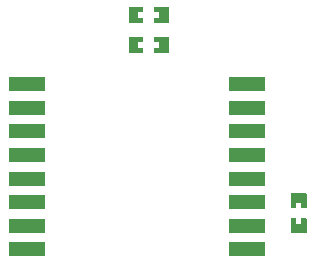
<source format=gbp>
G04 Layer: BottomPasteMaskLayer*
G04 EasyEDA v6.5.34, 2023-08-28 15:47:16*
G04 21288944027841e8b89c4b54c2095ba1,7e63b50fb6014f29bd7207b67e5f40bc,10*
G04 Gerber Generator version 0.2*
G04 Scale: 100 percent, Rotated: No, Reflected: No *
G04 Dimensions in millimeters *
G04 leading zeros omitted , absolute positions ,4 integer and 5 decimal *
%FSLAX45Y45*%
%MOMM*%

%AMMACRO1*21,1,$1,$2,0,0,$3*%
%ADD10MACRO1,3X1.1999X0.0000*%

%LPD*%
G36*
X2589784Y3752494D02*
G01*
X2584805Y3747465D01*
X2584297Y3706469D01*
X2629306Y3706469D01*
X2629306Y3661460D01*
X2585313Y3661460D01*
X2584805Y3619500D01*
X2589784Y3614470D01*
X2704795Y3614470D01*
X2709773Y3619500D01*
X2709773Y3747465D01*
X2704795Y3752494D01*
G37*
G36*
X2374798Y3752494D02*
G01*
X2369769Y3747465D01*
X2369769Y3619500D01*
X2374798Y3614470D01*
X2489809Y3614470D01*
X2494788Y3619500D01*
X2494788Y3661460D01*
X2450287Y3661460D01*
X2450287Y3706469D01*
X2494280Y3706469D01*
X2494788Y3747465D01*
X2489809Y3752494D01*
G37*
G36*
X2589784Y4006494D02*
G01*
X2584805Y4001465D01*
X2584297Y3960469D01*
X2629306Y3960469D01*
X2629306Y3915460D01*
X2585313Y3915460D01*
X2584805Y3873500D01*
X2589784Y3868470D01*
X2704795Y3868470D01*
X2709773Y3873500D01*
X2709773Y4001465D01*
X2704795Y4006494D01*
G37*
G36*
X2374798Y4006494D02*
G01*
X2369769Y4001465D01*
X2369769Y3873500D01*
X2374798Y3868470D01*
X2489809Y3868470D01*
X2494788Y3873500D01*
X2494788Y3915460D01*
X2450287Y3915460D01*
X2450287Y3960469D01*
X2494280Y3960469D01*
X2494788Y4001465D01*
X2489809Y4006494D01*
G37*
G36*
X3832961Y2215489D02*
G01*
X3832961Y2170480D01*
X3788003Y2170480D01*
X3788003Y2214473D01*
X3745992Y2214981D01*
X3741013Y2210003D01*
X3741013Y2094992D01*
X3745992Y2090013D01*
X3874008Y2090013D01*
X3878986Y2094992D01*
X3878986Y2210003D01*
X3874008Y2214981D01*
G37*
G36*
X3745992Y2430018D02*
G01*
X3741013Y2424988D01*
X3741013Y2309977D01*
X3745992Y2304999D01*
X3788003Y2304999D01*
X3788003Y2349500D01*
X3832961Y2349500D01*
X3832961Y2305507D01*
X3874008Y2304999D01*
X3878986Y2309977D01*
X3878986Y2424988D01*
X3874008Y2430018D01*
G37*
D10*
G01*
X3375695Y1952795D03*
G01*
X1505696Y2552793D03*
G01*
X1505696Y2352794D03*
G01*
X1505696Y2152794D03*
G01*
X1505696Y1952795D03*
G01*
X1505696Y2752793D03*
G01*
X1505696Y2952793D03*
G01*
X1505696Y3152792D03*
G01*
X1505696Y3352792D03*
G01*
X3375695Y3352792D03*
G01*
X3375695Y3152792D03*
G01*
X3375695Y2952793D03*
G01*
X3375695Y2752793D03*
G01*
X3375695Y2552793D03*
G01*
X3375695Y2352794D03*
G01*
X3375695Y2152794D03*
M02*

</source>
